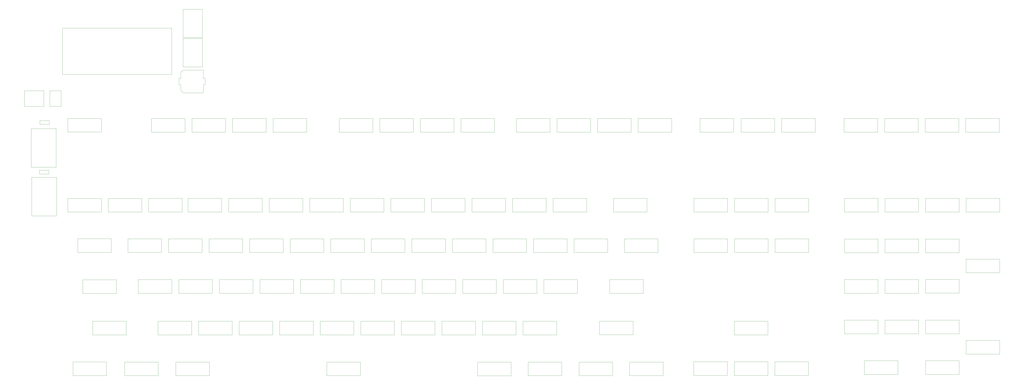
<source format=gbr>
%TF.GenerationSoftware,KiCad,Pcbnew,(5.1.9)-1*%
%TF.CreationDate,2021-03-20T17:55:26+10:00*%
%TF.ProjectId,RedPyKeeb,52656450-794b-4656-9562-2e6b69636164,rev?*%
%TF.SameCoordinates,Original*%
%TF.FileFunction,Other,User*%
%FSLAX46Y46*%
G04 Gerber Fmt 4.6, Leading zero omitted, Abs format (unit mm)*
G04 Created by KiCad (PCBNEW (5.1.9)-1) date 2021-03-20 17:55:26*
%MOMM*%
%LPD*%
G01*
G04 APERTURE LIST*
%ADD10C,0.050000*%
%ADD11C,0.120000*%
G04 APERTURE END LIST*
D10*
%TO.C,K12\u002C3*%
X359460200Y-174042300D02*
X359460200Y-167542300D01*
X359460200Y-167542300D02*
X343480200Y-167542300D01*
X343480200Y-167542300D02*
X343480200Y-174042300D01*
X343480200Y-174042300D02*
X359460200Y-174042300D01*
D11*
%TO.C,U0*%
X135078700Y-69829300D02*
X135078700Y-47829300D01*
X135078700Y-47829300D02*
X83078700Y-47829300D01*
X83078700Y-47829300D02*
X83078700Y-69829300D01*
X83078700Y-69829300D02*
X135078700Y-69829300D01*
D10*
%TO.C,K0\u002C2*%
X106285700Y-154573200D02*
X106285700Y-148073200D01*
X106285700Y-148073200D02*
X90305700Y-148073200D01*
X90305700Y-148073200D02*
X90305700Y-154573200D01*
X90305700Y-154573200D02*
X106285700Y-154573200D01*
%TO.C,K18\u002C4*%
X509828200Y-173966100D02*
X509828200Y-167466100D01*
X509828200Y-167466100D02*
X493848200Y-167466100D01*
X493848200Y-167466100D02*
X493848200Y-173966100D01*
X493848200Y-173966100D02*
X509828200Y-173966100D01*
%TO.C,K10\u002C3*%
X308850700Y-174029600D02*
X308850700Y-167529600D01*
X308850700Y-167529600D02*
X292870700Y-167529600D01*
X292870700Y-167529600D02*
X292870700Y-174029600D01*
X292870700Y-174029600D02*
X308850700Y-174029600D01*
%TO.C,K13\u002C1*%
X361301700Y-135307300D02*
X361301700Y-128807300D01*
X361301700Y-128807300D02*
X345321700Y-128807300D01*
X345321700Y-128807300D02*
X345321700Y-135307300D01*
X345321700Y-135307300D02*
X361301700Y-135307300D01*
%TO.C,K19\u002C4*%
X529132200Y-164250600D02*
X529132200Y-157750600D01*
X529132200Y-157750600D02*
X513152200Y-157750600D01*
X513152200Y-157750600D02*
X513152200Y-164250600D01*
X513152200Y-164250600D02*
X529132200Y-164250600D01*
%TO.C,U2*%
X68123700Y-114025800D02*
X68123700Y-95625800D01*
X68123700Y-95625800D02*
X79983700Y-95625800D01*
X79983700Y-95625800D02*
X79983700Y-114025800D01*
X79983700Y-114025800D02*
X68123700Y-114025800D01*
%TO.C,K11\u002C4*%
X354634200Y-193790800D02*
X354634200Y-187290800D01*
X354634200Y-187290800D02*
X338654200Y-187290800D01*
X338654200Y-187290800D02*
X338654200Y-193790800D01*
X338654200Y-193790800D02*
X354634200Y-193790800D01*
%TO.C,C1*%
X76557700Y-115439300D02*
X72057700Y-115439300D01*
X76557700Y-115439300D02*
X76557700Y-117189300D01*
X72057700Y-117189300D02*
X72057700Y-115439300D01*
X72057700Y-117189300D02*
X76557700Y-117189300D01*
%TO.C,C2*%
X72311700Y-93577300D02*
X76811700Y-93577300D01*
X72311700Y-93577300D02*
X72311700Y-91827300D01*
X76811700Y-91827300D02*
X76811700Y-93577300D01*
X76811700Y-91827300D02*
X72311700Y-91827300D01*
%TO.C,C6*%
X150129200Y-78602800D02*
X150129200Y-74702800D01*
X150129200Y-74702800D02*
X150979200Y-74702800D01*
X150979200Y-74702800D02*
X150979200Y-71702800D01*
X150979200Y-71702800D02*
X150129200Y-71702800D01*
X150129200Y-71702800D02*
X150129200Y-67802800D01*
X140479200Y-67802800D02*
X150129200Y-67802800D01*
X140479200Y-78602800D02*
X150129200Y-78602800D01*
X139329200Y-68952800D02*
X140479200Y-67802800D01*
X139329200Y-77452800D02*
X140479200Y-78602800D01*
X139329200Y-77452800D02*
X139329200Y-74702800D01*
X139329200Y-71702800D02*
X139329200Y-68952800D01*
X139329200Y-74702800D02*
X138479200Y-74702800D01*
X138479200Y-74702800D02*
X138479200Y-71702800D01*
X138479200Y-71702800D02*
X139329200Y-71702800D01*
%TO.C,J0*%
X149643200Y-66233300D02*
X140443200Y-66233300D01*
X140443200Y-66233300D02*
X140443200Y-52733300D01*
X140443200Y-52733300D02*
X149643200Y-52733300D01*
X149643200Y-52733300D02*
X149643200Y-66233300D01*
%TO.C,J1*%
X149643200Y-52326800D02*
X140443200Y-52326800D01*
X140443200Y-52326800D02*
X140443200Y-38826800D01*
X140443200Y-38826800D02*
X149643200Y-38826800D01*
X149643200Y-38826800D02*
X149643200Y-52326800D01*
%TO.C,K0\u002C0*%
X101586700Y-97270800D02*
X101586700Y-90770800D01*
X101586700Y-90770800D02*
X85606700Y-90770800D01*
X85606700Y-90770800D02*
X85606700Y-97270800D01*
X85606700Y-97270800D02*
X101586700Y-97270800D01*
%TO.C,K0\u002C1*%
X101586700Y-135370800D02*
X101586700Y-128870800D01*
X101586700Y-128870800D02*
X85606700Y-128870800D01*
X85606700Y-128870800D02*
X85606700Y-135370800D01*
X85606700Y-135370800D02*
X101586700Y-135370800D01*
%TO.C,K0\u002C5*%
X103999700Y-213221800D02*
X103999700Y-206721800D01*
X103999700Y-206721800D02*
X88019700Y-206721800D01*
X88019700Y-206721800D02*
X88019700Y-213221800D01*
X88019700Y-213221800D02*
X103999700Y-213221800D01*
%TO.C,K0\u002C4*%
X113397700Y-193854300D02*
X113397700Y-187354300D01*
X113397700Y-187354300D02*
X97417700Y-187354300D01*
X97417700Y-187354300D02*
X97417700Y-193854300D01*
X97417700Y-193854300D02*
X113397700Y-193854300D01*
%TO.C,K0\u002C3*%
X108673300Y-174080400D02*
X108673300Y-167580400D01*
X108673300Y-167580400D02*
X92693300Y-167580400D01*
X92693300Y-167580400D02*
X92693300Y-174080400D01*
X92693300Y-174080400D02*
X108673300Y-174080400D01*
%TO.C,K1\u002C4*%
X144512700Y-193841600D02*
X144512700Y-187341600D01*
X144512700Y-187341600D02*
X128532700Y-187341600D01*
X128532700Y-187341600D02*
X128532700Y-193841600D01*
X128532700Y-193841600D02*
X144512700Y-193841600D01*
%TO.C,K1\u002C5*%
X128574200Y-213272600D02*
X128574200Y-206772600D01*
X128574200Y-206772600D02*
X112594200Y-206772600D01*
X112594200Y-206772600D02*
X112594200Y-213272600D01*
X112594200Y-213272600D02*
X128574200Y-213272600D01*
%TO.C,K1\u002C3*%
X135114700Y-174029600D02*
X135114700Y-167529600D01*
X135114700Y-167529600D02*
X119134700Y-167529600D01*
X119134700Y-167529600D02*
X119134700Y-174029600D01*
X119134700Y-174029600D02*
X135114700Y-174029600D01*
%TO.C,K1\u002C2*%
X130225200Y-154598600D02*
X130225200Y-148098600D01*
X130225200Y-148098600D02*
X114245200Y-148098600D01*
X114245200Y-148098600D02*
X114245200Y-154598600D01*
X114245200Y-154598600D02*
X130225200Y-154598600D01*
%TO.C,K1\u002C1*%
X120801800Y-135370800D02*
X120801800Y-128870800D01*
X120801800Y-128870800D02*
X104821800Y-128870800D01*
X104821800Y-128870800D02*
X104821800Y-135370800D01*
X104821800Y-135370800D02*
X120801800Y-135370800D01*
%TO.C,K1\u002C0*%
X141401200Y-97321600D02*
X141401200Y-90821600D01*
X141401200Y-90821600D02*
X125421200Y-90821600D01*
X125421200Y-90821600D02*
X125421200Y-97321600D01*
X125421200Y-97321600D02*
X141401200Y-97321600D01*
%TO.C,K2\u002C5*%
X152958200Y-213272600D02*
X152958200Y-206772600D01*
X152958200Y-206772600D02*
X136978200Y-206772600D01*
X136978200Y-206772600D02*
X136978200Y-213272600D01*
X136978200Y-213272600D02*
X152958200Y-213272600D01*
%TO.C,K2\u002C3*%
X154418700Y-174029600D02*
X154418700Y-167529600D01*
X154418700Y-167529600D02*
X138438700Y-167529600D01*
X138438700Y-167529600D02*
X138438700Y-174029600D01*
X138438700Y-174029600D02*
X154418700Y-174029600D01*
%TO.C,K2\u002C1*%
X140004200Y-135358100D02*
X140004200Y-128858100D01*
X140004200Y-128858100D02*
X124024200Y-128858100D01*
X124024200Y-128858100D02*
X124024200Y-135358100D01*
X124024200Y-135358100D02*
X140004200Y-135358100D01*
%TO.C,K2\u002C4*%
X163816700Y-193841600D02*
X163816700Y-187341600D01*
X163816700Y-187341600D02*
X147836700Y-187341600D01*
X147836700Y-187341600D02*
X147836700Y-193841600D01*
X147836700Y-193841600D02*
X163816700Y-193841600D01*
%TO.C,K2\u002C2*%
X149529200Y-154598600D02*
X149529200Y-148098600D01*
X149529200Y-148098600D02*
X133549200Y-148098600D01*
X133549200Y-148098600D02*
X133549200Y-154598600D01*
X133549200Y-154598600D02*
X149529200Y-154598600D01*
%TO.C,K2\u002C0*%
X160705200Y-97321600D02*
X160705200Y-90821600D01*
X160705200Y-90821600D02*
X144725200Y-90821600D01*
X144725200Y-90821600D02*
X144725200Y-97321600D01*
X144725200Y-97321600D02*
X160705200Y-97321600D01*
%TO.C,K3\u002C5*%
X224840200Y-213272600D02*
X224840200Y-206772600D01*
X224840200Y-206772600D02*
X208860200Y-206772600D01*
X208860200Y-206772600D02*
X208860200Y-213272600D01*
X208860200Y-213272600D02*
X224840200Y-213272600D01*
%TO.C,K3\u002C4*%
X183120700Y-193841600D02*
X183120700Y-187341600D01*
X183120700Y-187341600D02*
X167140700Y-187341600D01*
X167140700Y-187341600D02*
X167140700Y-193841600D01*
X167140700Y-193841600D02*
X183120700Y-193841600D01*
%TO.C,K3\u002C2*%
X168833200Y-154598600D02*
X168833200Y-148098600D01*
X168833200Y-148098600D02*
X152853200Y-148098600D01*
X152853200Y-148098600D02*
X152853200Y-154598600D01*
X152853200Y-154598600D02*
X168833200Y-154598600D01*
%TO.C,K3\u002C1*%
X158800200Y-135358100D02*
X158800200Y-128858100D01*
X158800200Y-128858100D02*
X142820200Y-128858100D01*
X142820200Y-128858100D02*
X142820200Y-135358100D01*
X142820200Y-135358100D02*
X158800200Y-135358100D01*
%TO.C,K3\u002C0*%
X180009200Y-97321600D02*
X180009200Y-90821600D01*
X180009200Y-90821600D02*
X164029200Y-90821600D01*
X164029200Y-90821600D02*
X164029200Y-97321600D01*
X164029200Y-97321600D02*
X180009200Y-97321600D01*
%TO.C,K3\u002C3*%
X173722700Y-174029600D02*
X173722700Y-167529600D01*
X173722700Y-167529600D02*
X157742700Y-167529600D01*
X157742700Y-167529600D02*
X157742700Y-174029600D01*
X157742700Y-174029600D02*
X173722700Y-174029600D01*
%TO.C,K4\u002C1*%
X178104200Y-135358100D02*
X178104200Y-128858100D01*
X178104200Y-128858100D02*
X162124200Y-128858100D01*
X162124200Y-128858100D02*
X162124200Y-135358100D01*
X162124200Y-135358100D02*
X178104200Y-135358100D01*
%TO.C,K4\u002C2*%
X172157200Y-154598600D02*
X188137200Y-154598600D01*
X172157200Y-148098600D02*
X172157200Y-154598600D01*
X188137200Y-148098600D02*
X172157200Y-148098600D01*
X188137200Y-154598600D02*
X188137200Y-148098600D01*
%TO.C,K4\u002C3*%
X193026700Y-174029600D02*
X193026700Y-167529600D01*
X193026700Y-167529600D02*
X177046700Y-167529600D01*
X177046700Y-167529600D02*
X177046700Y-174029600D01*
X177046700Y-174029600D02*
X193026700Y-174029600D01*
%TO.C,K4\u002C4*%
X202424700Y-193841600D02*
X202424700Y-187341600D01*
X202424700Y-187341600D02*
X186444700Y-187341600D01*
X186444700Y-187341600D02*
X186444700Y-193841600D01*
X186444700Y-193841600D02*
X202424700Y-193841600D01*
%TO.C,K4\u002C0*%
X199313200Y-97321600D02*
X199313200Y-90821600D01*
X199313200Y-90821600D02*
X183333200Y-90821600D01*
X183333200Y-90821600D02*
X183333200Y-97321600D01*
X183333200Y-97321600D02*
X199313200Y-97321600D01*
%TO.C,K5\u002C0*%
X230809200Y-97321600D02*
X230809200Y-90821600D01*
X230809200Y-90821600D02*
X214829200Y-90821600D01*
X214829200Y-90821600D02*
X214829200Y-97321600D01*
X214829200Y-97321600D02*
X230809200Y-97321600D01*
%TO.C,K5\u002C2*%
X191461200Y-154598600D02*
X207441200Y-154598600D01*
X191461200Y-148098600D02*
X191461200Y-154598600D01*
X207441200Y-148098600D02*
X191461200Y-148098600D01*
X207441200Y-154598600D02*
X207441200Y-148098600D01*
%TO.C,K5\u002C1*%
X197408200Y-135358100D02*
X197408200Y-128858100D01*
X197408200Y-128858100D02*
X181428200Y-128858100D01*
X181428200Y-128858100D02*
X181428200Y-135358100D01*
X181428200Y-135358100D02*
X197408200Y-135358100D01*
%TO.C,K5\u002C3*%
X212330700Y-174029600D02*
X212330700Y-167529600D01*
X212330700Y-167529600D02*
X196350700Y-167529600D01*
X196350700Y-167529600D02*
X196350700Y-174029600D01*
X196350700Y-174029600D02*
X212330700Y-174029600D01*
%TO.C,K5\u002C4*%
X221728700Y-193841600D02*
X221728700Y-187341600D01*
X221728700Y-187341600D02*
X205748700Y-187341600D01*
X205748700Y-187341600D02*
X205748700Y-193841600D01*
X205748700Y-193841600D02*
X221728700Y-193841600D01*
%TO.C,K6\u002C3*%
X231634700Y-174029600D02*
X231634700Y-167529600D01*
X231634700Y-167529600D02*
X215654700Y-167529600D01*
X215654700Y-167529600D02*
X215654700Y-174029600D01*
X215654700Y-174029600D02*
X231634700Y-174029600D01*
%TO.C,K6\u002C4*%
X241032700Y-193841600D02*
X241032700Y-187341600D01*
X241032700Y-187341600D02*
X225052700Y-187341600D01*
X225052700Y-187341600D02*
X225052700Y-193841600D01*
X225052700Y-193841600D02*
X241032700Y-193841600D01*
%TO.C,K6\u002C1*%
X216712200Y-135358100D02*
X216712200Y-128858100D01*
X216712200Y-128858100D02*
X200732200Y-128858100D01*
X200732200Y-128858100D02*
X200732200Y-135358100D01*
X200732200Y-135358100D02*
X216712200Y-135358100D01*
%TO.C,K6\u002C2*%
X210765200Y-154598600D02*
X226745200Y-154598600D01*
X210765200Y-148098600D02*
X210765200Y-154598600D01*
X226745200Y-148098600D02*
X210765200Y-148098600D01*
X226745200Y-154598600D02*
X226745200Y-148098600D01*
%TO.C,K6\u002C0*%
X250113200Y-97321600D02*
X250113200Y-90821600D01*
X250113200Y-90821600D02*
X234133200Y-90821600D01*
X234133200Y-90821600D02*
X234133200Y-97321600D01*
X234133200Y-97321600D02*
X250113200Y-97321600D01*
%TO.C,K7\u002C2*%
X230069200Y-154598600D02*
X246049200Y-154598600D01*
X230069200Y-148098600D02*
X230069200Y-154598600D01*
X246049200Y-148098600D02*
X230069200Y-148098600D01*
X246049200Y-154598600D02*
X246049200Y-148098600D01*
%TO.C,K7\u002C1*%
X236016200Y-135358100D02*
X236016200Y-128858100D01*
X236016200Y-128858100D02*
X220036200Y-128858100D01*
X220036200Y-128858100D02*
X220036200Y-135358100D01*
X220036200Y-135358100D02*
X236016200Y-135358100D01*
%TO.C,K7\u002C3*%
X250938700Y-174029600D02*
X250938700Y-167529600D01*
X250938700Y-167529600D02*
X234958700Y-167529600D01*
X234958700Y-167529600D02*
X234958700Y-174029600D01*
X234958700Y-174029600D02*
X250938700Y-174029600D01*
%TO.C,K7\u002C4*%
X260336700Y-193841600D02*
X260336700Y-187341600D01*
X260336700Y-187341600D02*
X244356700Y-187341600D01*
X244356700Y-187341600D02*
X244356700Y-193841600D01*
X244356700Y-193841600D02*
X260336700Y-193841600D01*
%TO.C,K7\u002C0*%
X269417200Y-97321600D02*
X269417200Y-90821600D01*
X269417200Y-90821600D02*
X253437200Y-90821600D01*
X253437200Y-90821600D02*
X253437200Y-97321600D01*
X253437200Y-97321600D02*
X269417200Y-97321600D01*
%TO.C,K8\u002C0*%
X288721200Y-97321600D02*
X288721200Y-90821600D01*
X288721200Y-90821600D02*
X272741200Y-90821600D01*
X272741200Y-90821600D02*
X272741200Y-97321600D01*
X272741200Y-97321600D02*
X288721200Y-97321600D01*
%TO.C,K8\u002C1*%
X255320200Y-135358100D02*
X255320200Y-128858100D01*
X255320200Y-128858100D02*
X239340200Y-128858100D01*
X239340200Y-128858100D02*
X239340200Y-135358100D01*
X239340200Y-135358100D02*
X255320200Y-135358100D01*
%TO.C,K8\u002C3*%
X270242700Y-174029600D02*
X270242700Y-167529600D01*
X270242700Y-167529600D02*
X254262700Y-167529600D01*
X254262700Y-167529600D02*
X254262700Y-174029600D01*
X254262700Y-174029600D02*
X270242700Y-174029600D01*
%TO.C,K8\u002C4*%
X279640700Y-193841600D02*
X279640700Y-187341600D01*
X279640700Y-187341600D02*
X263660700Y-187341600D01*
X263660700Y-187341600D02*
X263660700Y-193841600D01*
X263660700Y-193841600D02*
X279640700Y-193841600D01*
%TO.C,K8\u002C5*%
X296595200Y-213336100D02*
X296595200Y-206836100D01*
X296595200Y-206836100D02*
X280615200Y-206836100D01*
X280615200Y-206836100D02*
X280615200Y-213336100D01*
X280615200Y-213336100D02*
X296595200Y-213336100D01*
%TO.C,K8\u002C2*%
X249373200Y-154598600D02*
X265353200Y-154598600D01*
X249373200Y-148098600D02*
X249373200Y-154598600D01*
X265353200Y-148098600D02*
X249373200Y-148098600D01*
X265353200Y-154598600D02*
X265353200Y-148098600D01*
%TO.C,K9\u002C0*%
X315137200Y-97321600D02*
X315137200Y-90821600D01*
X315137200Y-90821600D02*
X299157200Y-90821600D01*
X299157200Y-90821600D02*
X299157200Y-97321600D01*
X299157200Y-97321600D02*
X315137200Y-97321600D01*
%TO.C,K9\u002C5*%
X320725200Y-213272600D02*
X320725200Y-206772600D01*
X320725200Y-206772600D02*
X304745200Y-206772600D01*
X304745200Y-206772600D02*
X304745200Y-213272600D01*
X304745200Y-213272600D02*
X320725200Y-213272600D01*
%TO.C,K9\u002C1*%
X274624200Y-135358100D02*
X274624200Y-128858100D01*
X274624200Y-128858100D02*
X258644200Y-128858100D01*
X258644200Y-128858100D02*
X258644200Y-135358100D01*
X258644200Y-135358100D02*
X274624200Y-135358100D01*
%TO.C,K9\u002C2*%
X268677200Y-154598600D02*
X284657200Y-154598600D01*
X268677200Y-148098600D02*
X268677200Y-154598600D01*
X284657200Y-148098600D02*
X268677200Y-148098600D01*
X284657200Y-154598600D02*
X284657200Y-148098600D01*
%TO.C,K9\u002C4*%
X298944700Y-193841600D02*
X298944700Y-187341600D01*
X298944700Y-187341600D02*
X282964700Y-187341600D01*
X282964700Y-187341600D02*
X282964700Y-193841600D01*
X282964700Y-193841600D02*
X298944700Y-193841600D01*
%TO.C,K9\u002C3*%
X289546700Y-174029600D02*
X289546700Y-167529600D01*
X289546700Y-167529600D02*
X273566700Y-167529600D01*
X273566700Y-167529600D02*
X273566700Y-174029600D01*
X273566700Y-174029600D02*
X289546700Y-174029600D01*
%TO.C,K10\u002C2*%
X287981200Y-154598600D02*
X303961200Y-154598600D01*
X287981200Y-148098600D02*
X287981200Y-154598600D01*
X303961200Y-148098600D02*
X287981200Y-148098600D01*
X303961200Y-154598600D02*
X303961200Y-148098600D01*
%TO.C,K10\u002C0*%
X334441200Y-97321600D02*
X334441200Y-90821600D01*
X334441200Y-90821600D02*
X318461200Y-90821600D01*
X318461200Y-90821600D02*
X318461200Y-97321600D01*
X318461200Y-97321600D02*
X334441200Y-97321600D01*
%TO.C,K10\u002C5*%
X344918700Y-213272600D02*
X344918700Y-206772600D01*
X344918700Y-206772600D02*
X328938700Y-206772600D01*
X328938700Y-206772600D02*
X328938700Y-213272600D01*
X328938700Y-213272600D02*
X344918700Y-213272600D01*
%TO.C,K10\u002C1*%
X293928200Y-135358100D02*
X293928200Y-128858100D01*
X293928200Y-128858100D02*
X277948200Y-128858100D01*
X277948200Y-128858100D02*
X277948200Y-135358100D01*
X277948200Y-135358100D02*
X293928200Y-135358100D01*
%TO.C,K10\u002C4*%
X318248700Y-193841600D02*
X318248700Y-187341600D01*
X318248700Y-187341600D02*
X302268700Y-187341600D01*
X302268700Y-187341600D02*
X302268700Y-193841600D01*
X302268700Y-193841600D02*
X318248700Y-193841600D01*
%TO.C,K11\u002C3*%
X328154700Y-174029600D02*
X328154700Y-167529600D01*
X328154700Y-167529600D02*
X312174700Y-167529600D01*
X312174700Y-167529600D02*
X312174700Y-174029600D01*
X312174700Y-174029600D02*
X328154700Y-174029600D01*
%TO.C,K11\u002C2*%
X307285200Y-154598600D02*
X323265200Y-154598600D01*
X307285200Y-148098600D02*
X307285200Y-154598600D01*
X323265200Y-148098600D02*
X307285200Y-148098600D01*
X323265200Y-154598600D02*
X323265200Y-148098600D01*
%TO.C,K11\u002C5*%
X368985200Y-213272600D02*
X368985200Y-206772600D01*
X368985200Y-206772600D02*
X353005200Y-206772600D01*
X353005200Y-206772600D02*
X353005200Y-213272600D01*
X353005200Y-213272600D02*
X368985200Y-213272600D01*
%TO.C,K11\u002C1*%
X313232200Y-135358100D02*
X313232200Y-128858100D01*
X313232200Y-128858100D02*
X297252200Y-128858100D01*
X297252200Y-128858100D02*
X297252200Y-135358100D01*
X297252200Y-135358100D02*
X313232200Y-135358100D01*
%TO.C,K11\u002C0*%
X353745200Y-97321600D02*
X353745200Y-90821600D01*
X353745200Y-90821600D02*
X337765200Y-90821600D01*
X337765200Y-90821600D02*
X337765200Y-97321600D01*
X337765200Y-97321600D02*
X353745200Y-97321600D01*
%TO.C,K12\u002C2*%
X326589200Y-154598600D02*
X342569200Y-154598600D01*
X326589200Y-148098600D02*
X326589200Y-154598600D01*
X342569200Y-148098600D02*
X326589200Y-148098600D01*
X342569200Y-154598600D02*
X342569200Y-148098600D01*
%TO.C,K12\u002C0*%
X373049200Y-97321600D02*
X373049200Y-90821600D01*
X373049200Y-90821600D02*
X357069200Y-90821600D01*
X357069200Y-90821600D02*
X357069200Y-97321600D01*
X357069200Y-97321600D02*
X373049200Y-97321600D01*
%TO.C,K12\u002C1*%
X332536200Y-135358100D02*
X332536200Y-128858100D01*
X332536200Y-128858100D02*
X316556200Y-128858100D01*
X316556200Y-128858100D02*
X316556200Y-135358100D01*
X316556200Y-135358100D02*
X332536200Y-135358100D01*
%TO.C,K13\u002C2*%
X350528700Y-154611300D02*
X366508700Y-154611300D01*
X350528700Y-148111300D02*
X350528700Y-154611300D01*
X366508700Y-148111300D02*
X350528700Y-148111300D01*
X366508700Y-154611300D02*
X366508700Y-148111300D01*
%TO.C,K14\u002C1*%
X399592200Y-135358100D02*
X399592200Y-128858100D01*
X399592200Y-128858100D02*
X383612200Y-128858100D01*
X383612200Y-128858100D02*
X383612200Y-135358100D01*
X383612200Y-135358100D02*
X399592200Y-135358100D01*
%TO.C,K14\u002C6*%
X399528700Y-213145600D02*
X399528700Y-206645600D01*
X399528700Y-206645600D02*
X383548700Y-206645600D01*
X383548700Y-206645600D02*
X383548700Y-213145600D01*
X383548700Y-213145600D02*
X399528700Y-213145600D01*
%TO.C,K14\u002C3*%
X399592200Y-154598600D02*
X399592200Y-148098600D01*
X399592200Y-148098600D02*
X383612200Y-148098600D01*
X383612200Y-148098600D02*
X383612200Y-154598600D01*
X383612200Y-154598600D02*
X399592200Y-154598600D01*
%TO.C,K14\u002C0*%
X402513200Y-97321600D02*
X402513200Y-90821600D01*
X402513200Y-90821600D02*
X386533200Y-90821600D01*
X386533200Y-90821600D02*
X386533200Y-97321600D01*
X386533200Y-97321600D02*
X402513200Y-97321600D01*
%TO.C,K15\u002C6*%
X418832700Y-213145600D02*
X418832700Y-206645600D01*
X418832700Y-206645600D02*
X402852700Y-206645600D01*
X402852700Y-206645600D02*
X402852700Y-213145600D01*
X402852700Y-213145600D02*
X418832700Y-213145600D01*
%TO.C,K15\u002C3*%
X418896200Y-154598600D02*
X418896200Y-148098600D01*
X418896200Y-148098600D02*
X402916200Y-148098600D01*
X402916200Y-148098600D02*
X402916200Y-154598600D01*
X402916200Y-154598600D02*
X418896200Y-154598600D01*
%TO.C,K15\u002C5*%
X418832700Y-193841600D02*
X418832700Y-187341600D01*
X418832700Y-187341600D02*
X402852700Y-187341600D01*
X402852700Y-187341600D02*
X402852700Y-193841600D01*
X402852700Y-193841600D02*
X418832700Y-193841600D01*
%TO.C,K15\u002C1*%
X418896200Y-135358100D02*
X418896200Y-128858100D01*
X418896200Y-128858100D02*
X402916200Y-128858100D01*
X402916200Y-128858100D02*
X402916200Y-135358100D01*
X402916200Y-135358100D02*
X418896200Y-135358100D01*
%TO.C,K15\u002C0*%
X422071200Y-97321600D02*
X422071200Y-90821600D01*
X422071200Y-90821600D02*
X406091200Y-90821600D01*
X406091200Y-90821600D02*
X406091200Y-97321600D01*
X406091200Y-97321600D02*
X422071200Y-97321600D01*
%TO.C,K16\u002C4*%
X471220200Y-174029600D02*
X471220200Y-167529600D01*
X471220200Y-167529600D02*
X455240200Y-167529600D01*
X455240200Y-167529600D02*
X455240200Y-174029600D01*
X455240200Y-174029600D02*
X471220200Y-174029600D01*
%TO.C,K16\u002C1*%
X438200200Y-135358100D02*
X438200200Y-128858100D01*
X438200200Y-128858100D02*
X422220200Y-128858100D01*
X422220200Y-128858100D02*
X422220200Y-135358100D01*
X422220200Y-135358100D02*
X438200200Y-135358100D01*
%TO.C,K16\u002C5*%
X471220200Y-193333600D02*
X471220200Y-186833600D01*
X471220200Y-186833600D02*
X455240200Y-186833600D01*
X455240200Y-186833600D02*
X455240200Y-193333600D01*
X455240200Y-193333600D02*
X471220200Y-193333600D01*
%TO.C,K16\u002C3*%
X438200200Y-154598600D02*
X438200200Y-148098600D01*
X438200200Y-148098600D02*
X422220200Y-148098600D01*
X422220200Y-148098600D02*
X422220200Y-154598600D01*
X422220200Y-154598600D02*
X438200200Y-154598600D01*
%TO.C,K16\u002C0*%
X441375200Y-97321600D02*
X441375200Y-90821600D01*
X441375200Y-90821600D02*
X425395200Y-90821600D01*
X425395200Y-90821600D02*
X425395200Y-97321600D01*
X425395200Y-97321600D02*
X441375200Y-97321600D01*
%TO.C,K16\u002C6*%
X438136700Y-213145600D02*
X438136700Y-206645600D01*
X438136700Y-206645600D02*
X422156700Y-206645600D01*
X422156700Y-206645600D02*
X422156700Y-213145600D01*
X422156700Y-213145600D02*
X438136700Y-213145600D01*
%TO.C,K17\u002C6*%
X480745200Y-212637600D02*
X480745200Y-206137600D01*
X480745200Y-206137600D02*
X464765200Y-206137600D01*
X464765200Y-206137600D02*
X464765200Y-212637600D01*
X464765200Y-212637600D02*
X480745200Y-212637600D01*
%TO.C,K17\u002C5*%
X490524200Y-193333600D02*
X490524200Y-186833600D01*
X490524200Y-186833600D02*
X474544200Y-186833600D01*
X474544200Y-186833600D02*
X474544200Y-193333600D01*
X474544200Y-193333600D02*
X490524200Y-193333600D01*
%TO.C,K17\u002C4*%
X490524200Y-174029600D02*
X490524200Y-167529600D01*
X490524200Y-167529600D02*
X474544200Y-167529600D01*
X474544200Y-167529600D02*
X474544200Y-174029600D01*
X474544200Y-174029600D02*
X490524200Y-174029600D01*
%TO.C,K17\u002C3*%
X471220200Y-154725600D02*
X471220200Y-148225600D01*
X471220200Y-148225600D02*
X455240200Y-148225600D01*
X455240200Y-148225600D02*
X455240200Y-154725600D01*
X455240200Y-154725600D02*
X471220200Y-154725600D01*
%TO.C,K17\u002C1*%
X471220200Y-135358100D02*
X471220200Y-128858100D01*
X471220200Y-128858100D02*
X455240200Y-128858100D01*
X455240200Y-128858100D02*
X455240200Y-135358100D01*
X455240200Y-135358100D02*
X471220200Y-135358100D01*
%TO.C,K17\u002C0*%
X471093200Y-97321600D02*
X471093200Y-90821600D01*
X471093200Y-90821600D02*
X455113200Y-90821600D01*
X455113200Y-90821600D02*
X455113200Y-97321600D01*
X455113200Y-97321600D02*
X471093200Y-97321600D01*
%TO.C,K18\u002C6*%
X509828200Y-212637600D02*
X509828200Y-206137600D01*
X509828200Y-206137600D02*
X493848200Y-206137600D01*
X493848200Y-206137600D02*
X493848200Y-212637600D01*
X493848200Y-212637600D02*
X509828200Y-212637600D01*
%TO.C,K18\u002C3*%
X490524200Y-154725600D02*
X490524200Y-148225600D01*
X490524200Y-148225600D02*
X474544200Y-148225600D01*
X474544200Y-148225600D02*
X474544200Y-154725600D01*
X474544200Y-154725600D02*
X490524200Y-154725600D01*
%TO.C,K18\u002C1*%
X490524200Y-135358100D02*
X490524200Y-128858100D01*
X490524200Y-128858100D02*
X474544200Y-128858100D01*
X474544200Y-128858100D02*
X474544200Y-135358100D01*
X474544200Y-135358100D02*
X490524200Y-135358100D01*
%TO.C,K18\u002C5*%
X509828200Y-193333600D02*
X509828200Y-186833600D01*
X509828200Y-186833600D02*
X493848200Y-186833600D01*
X493848200Y-186833600D02*
X493848200Y-193333600D01*
X493848200Y-193333600D02*
X509828200Y-193333600D01*
%TO.C,K18\u002C0*%
X490397200Y-97321600D02*
X490397200Y-90821600D01*
X490397200Y-90821600D02*
X474417200Y-90821600D01*
X474417200Y-90821600D02*
X474417200Y-97321600D01*
X474417200Y-97321600D02*
X490397200Y-97321600D01*
%TO.C,K19\u002C6*%
X529132200Y-202985600D02*
X529132200Y-196485600D01*
X529132200Y-196485600D02*
X513152200Y-196485600D01*
X513152200Y-196485600D02*
X513152200Y-202985600D01*
X513152200Y-202985600D02*
X529132200Y-202985600D01*
%TO.C,K19\u002C0*%
X509701200Y-97321600D02*
X509701200Y-90821600D01*
X509701200Y-90821600D02*
X493721200Y-90821600D01*
X493721200Y-90821600D02*
X493721200Y-97321600D01*
X493721200Y-97321600D02*
X509701200Y-97321600D01*
%TO.C,K19\u002C3*%
X509828200Y-154725600D02*
X509828200Y-148225600D01*
X509828200Y-148225600D02*
X493848200Y-148225600D01*
X493848200Y-148225600D02*
X493848200Y-154725600D01*
X493848200Y-154725600D02*
X509828200Y-154725600D01*
%TO.C,K19\u002C1*%
X509828200Y-135358100D02*
X509828200Y-128858100D01*
X509828200Y-128858100D02*
X493848200Y-128858100D01*
X493848200Y-128858100D02*
X493848200Y-135358100D01*
X493848200Y-135358100D02*
X509828200Y-135358100D01*
%TO.C,K20\u002C0*%
X529005200Y-97321600D02*
X529005200Y-90821600D01*
X529005200Y-90821600D02*
X513025200Y-90821600D01*
X513025200Y-90821600D02*
X513025200Y-97321600D01*
X513025200Y-97321600D02*
X529005200Y-97321600D01*
%TO.C,K20\u002C1*%
X529132200Y-135358100D02*
X529132200Y-128858100D01*
X529132200Y-128858100D02*
X513152200Y-128858100D01*
X513152200Y-128858100D02*
X513152200Y-135358100D01*
X513152200Y-135358100D02*
X529132200Y-135358100D01*
%TO.C,U1*%
X68377700Y-137203300D02*
X68377700Y-118803300D01*
X68377700Y-118803300D02*
X80237700Y-118803300D01*
X80237700Y-118803300D02*
X80237700Y-137203300D01*
X80237700Y-137203300D02*
X68377700Y-137203300D01*
%TO.C,U10*%
X77005200Y-77630800D02*
X82405200Y-77630800D01*
X82405200Y-77630800D02*
X82405200Y-85030800D01*
X82405200Y-85030800D02*
X77005200Y-85030800D01*
X77005200Y-85030800D02*
X77005200Y-77630800D01*
%TO.C,U11*%
X64965200Y-77630800D02*
X74125200Y-77630800D01*
X74125200Y-77630800D02*
X74125200Y-85030800D01*
X74125200Y-85030800D02*
X64965200Y-85030800D01*
X64965200Y-85030800D02*
X64965200Y-77630800D01*
%TD*%
M02*

</source>
